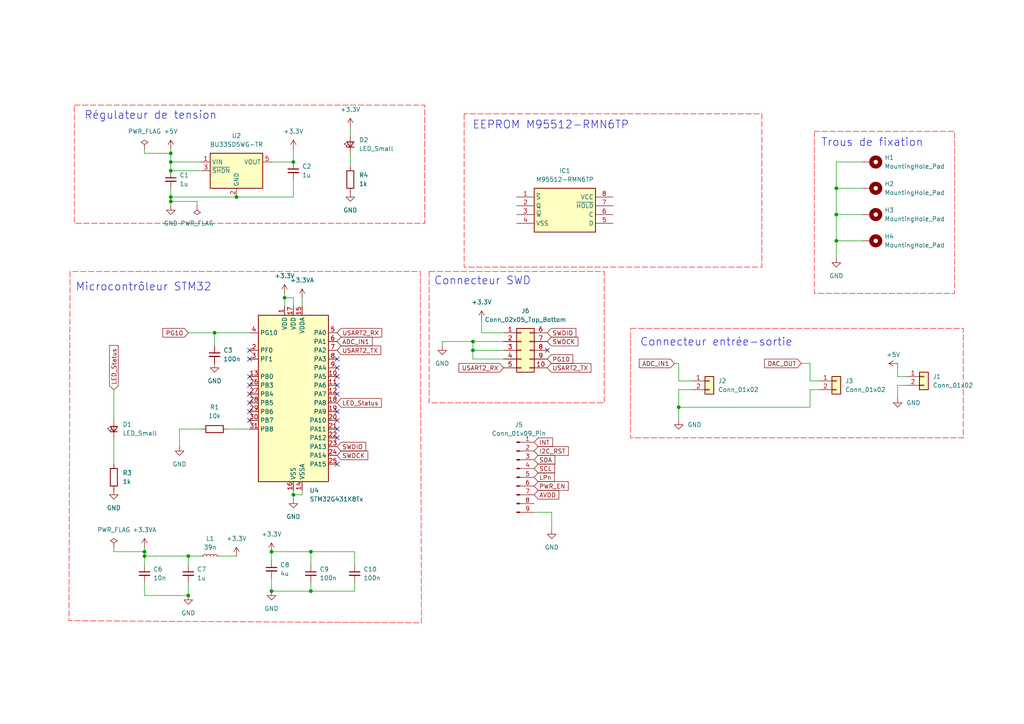
<source format=kicad_sch>
(kicad_sch (version 20250114) (generator "eeschema") (generator_version "9.0")
  (paper "A4")
  (title_block (title "Projet électronique Rémond, Ait Khorsa, Sidibe, Vacher") (rev "1.0"))
  (lib_symbols
    (symbol "Connector:Conn_01x09_Pin" (pin_names (offset 1.016) (hide yes))
      (property "Reference" "J" (at 0 12.7 0))
      (property "Value" "Conn_01x09_Pin" (at 0 -12.7 0))
      (symbol "Conn_01x09_Pin_1_1"
        (rectangle (start 0.8636 10.287) (end 0 10.033) (stroke (width 0.1524)) (fill (type outline)))
        (rectangle (start 0.8636 7.747) (end 0 7.493) (stroke (width 0.1524)) (fill (type outline)))
        (rectangle (start 0.8636 5.207) (end 0 4.953) (stroke (width 0.1524)) (fill (type outline)))
        (rectangle (start 0.8636 2.667) (end 0 2.413) (stroke (width 0.1524)) (fill (type outline)))
        (rectangle (start 0.8636 0.127) (end 0 -0.127) (stroke (width 0.1524)) (fill (type outline)))
        (rectangle (start 0.8636 -2.413) (end 0 -2.667) (stroke (width 0.1524)) (fill (type outline)))
        (rectangle (start 0.8636 -4.953) (end 0 -5.207) (stroke (width 0.1524)) (fill (type outline)))
        (rectangle (start 0.8636 -7.493) (end 0 -7.747) (stroke (width 0.1524)) (fill (type outline)))
        (rectangle (start 0.8636 -10.033) (end 0 -10.287) (stroke (width 0.1524)) (fill (type outline)))
        (polyline (pts (xy 1.27 10.16) (xy 0.8636 10.16)) (stroke (width 0.1524)))
        (polyline (pts (xy 1.27 7.62) (xy 0.8636 7.62)) (stroke (width 0.1524)))
        (polyline (pts (xy 1.27 5.08) (xy 0.8636 5.08)) (stroke (width 0.1524)))
        (polyline (pts (xy 1.27 2.54) (xy 0.8636 2.54)) (stroke (width 0.1524)))
        (polyline (pts (xy 1.27 0) (xy 0.8636 0)) (stroke (width 0.1524)))
        (polyline (pts (xy 1.27 -2.54) (xy 0.8636 -2.54)) (stroke (width 0.1524)))
        (polyline (pts (xy 1.27 -5.08) (xy 0.8636 -5.08)) (stroke (width 0.1524)))
        (polyline (pts (xy 1.27 -7.62) (xy 0.8636 -7.62)) (stroke (width 0.1524)))
        (polyline (pts (xy 1.27 -10.16) (xy 0.8636 -10.16)) (stroke (width 0.1524)))
        (pin passive line (at 5.08 10.16 180) (length 3.81) (name "Pin_1") (number "1"))
        (pin passive line (at 5.08 7.62 180) (length 3.81) (name "Pin_2") (number "2"))
        (pin passive line (at 5.08 5.08 180) (length 3.81) (name "Pin_3") (number "3"))
        (pin passive line (at 5.08 2.54 180) (length 3.81) (name "Pin_4") (number "4"))
        (pin passive line (at 5.08 0 180) (length 3.81) (name "Pin_5") (number "5"))
        (pin passive line (at 5.08 -2.54 180) (length 3.81) (name "Pin_6") (number "6"))
        (pin passive line (at 5.08 -5.08 180) (length 3.81) (name "Pin_7") (number "7"))
        (pin passive line (at 5.08 -7.62 180) (length 3.81) (name "Pin_8") (number "8"))
        (pin passive line (at 5.08 -10.16 180) (length 3.81) (name "Pin_9") (number "9"))
      )
    )
    (symbol "Connector_Generic:Conn_01x02" (pin_names (offset 1.016) (hide yes))
      (property "Reference" "J" (at 0 2.54 0))
      (property "Value" "Conn_01x02" (at 0 -5.08 0))
      (symbol "Conn_01x02_1_1"
        (rectangle (start -1.27 1.27) (end 1.27 -3.81) (stroke (width 0.254)) (fill (type background)))
        (rectangle (start -1.27 0.127) (end 0 -0.127) (stroke (width 0.1524)))
        (rectangle (start -1.27 -2.413) (end 0 -2.667) (stroke (width 0.1524)))
        (pin passive line (at -5.08 0 0) (length 3.81) (name "Pin_1") (number "1"))
        (pin passive line (at -5.08 -2.54 0) (length 3.81) (name "Pin_2") (number "2"))
      )
    )
    (symbol "Connector_Generic:Conn_02x05_Top_Bottom" (pin_names (offset 1.016) (hide yes))
      (property "Reference" "J" (at 1.27 7.62 0))
      (property "Value" "Conn_02x05_Top_Bottom" (at 1.27 -7.62 0))
      (symbol "Conn_02x05_Top_Bottom_1_1"
        (rectangle (start -1.27 6.35) (end 3.81 -6.35) (stroke (width 0.254)) (fill (type background)))
        (rectangle (start -1.27 5.207) (end 0 4.953) (stroke (width 0.1524)))
        (rectangle (start -1.27 2.667) (end 0 2.413) (stroke (width 0.1524)))
        (rectangle (start -1.27 0.127) (end 0 -0.127) (stroke (width 0.1524)))
        (rectangle (start -1.27 -2.413) (end 0 -2.667) (stroke (width 0.1524)))
        (rectangle (start -1.27 -4.953) (end 0 -5.207) (stroke (width 0.1524)))
        (rectangle (start 3.81 5.207) (end 2.54 4.953) (stroke (width 0.1524)))
        (rectangle (start 3.81 2.667) (end 2.54 2.413) (stroke (width 0.1524)))
        (rectangle (start 3.81 0.127) (end 2.54 -0.127) (stroke (width 0.1524)))
        (rectangle (start 3.81 -2.413) (end 2.54 -2.667) (stroke (width 0.1524)))
        (rectangle (start 3.81 -4.953) (end 2.54 -5.207) (stroke (width 0.1524)))
        (pin passive line (at -5.08 5.08 0) (length 3.81) (name "Pin_1") (number "1"))
        (pin passive line (at -5.08 2.54 0) (length 3.81) (name "Pin_2") (number "2"))
        (pin passive line (at -5.08 0 0) (length 3.81) (name "Pin_3") (number "3"))
        (pin passive line (at -5.08 -2.54 0) (length 3.81) (name "Pin_4") (number "4"))
        (pin passive line (at -5.08 -5.08 0) (length 3.81) (name "Pin_5") (number "5"))
        (pin passive line (at 7.62 5.08 180) (length 3.81) (name "Pin_6") (number "6"))
        (pin passive line (at 7.62 2.54 180) (length 3.81) (name "Pin_7") (number "7"))
        (pin passive line (at 7.62 0 180) (length 3.81) (name "Pin_8") (number "8"))
        (pin passive line (at 7.62 -2.54 180) (length 3.81) (name "Pin_9") (number "9"))
        (pin passive line (at 7.62 -5.08 180) (length 3.81) (name "Pin_10") (number "10"))
      )
    )
    (symbol "Device:C_Small" (pin_numbers (hide yes)) (pin_names (offset 0.254) (hide yes))
      (property "Reference" "C" (at 0.254 1.778 0))
      (property "Value" "C_Small" (at 0.254 -2.032 0))
      (symbol "C_Small_0_1"
        (polyline (pts (xy -1.524 0.508) (xy 1.524 0.508)) (stroke (width 0.3048)))
        (polyline (pts (xy -1.524 -0.508) (xy 1.524 -0.508)) (stroke (width 0.3302)))
      )
      (symbol "C_Small_1_1"
        (pin passive line (at 0 2.54 270) (length 2.032) (name "~") (number "1"))
        (pin passive line (at 0 -2.54 90) (length 2.032) (name "~") (number "2"))
      )
    )
    (symbol "Device:LED_Small" (pin_numbers (hide yes)) (pin_names (offset 0.254) (hide yes))
      (property "Reference" "D" (at -1.27 3.175 0))
      (property "Value" "LED_Small" (at -4.445 -2.54 0))
      (symbol "LED_Small_0_1"
        (polyline (pts (xy -0.762 -1.016) (xy -0.762 1.016)) (stroke (width 0.254)))
        (polyline (pts (xy 0 0.762) (xy -0.508 1.27) (xy -0.254 1.27) (xy -0.508 1.27) (xy -0.508 1.016)))
        (polyline (pts (xy 0.508 1.27) (xy 0 1.778) (xy 0.254 1.778) (xy 0 1.778) (xy 0 1.524)))
        (polyline (pts (xy 0.762 -1.016) (xy -0.762 0) (xy 0.762 1.016) (xy 0.762 -1.016)) (stroke (width 0.254)))
        (polyline (pts (xy 1.016 0) (xy -0.762 0)))
      )
      (symbol "LED_Small_1_1"
        (pin passive line (at -2.54 0 0) (length 1.778) (name "K") (number "1"))
        (pin passive line (at 2.54 0 180) (length 1.778) (name "A") (number "2"))
      )
    )
    (symbol "Device:L_Small" (pin_numbers (hide yes)) (pin_names (offset 0.254) (hide yes))
      (property "Reference" "L" (at 0.762 1.016 0))
      (property "Value" "L_Small" (at 0.762 -1.016 0))
      (symbol "L_Small_0_1"
        (arc (start 0 2.032) (mid 0.5058 1.524) (end 0 1.016))
        (arc (start 0 1.016) (mid 0.5058 0.508) (end 0 0))
        (arc (start 0 0) (mid 0.5058 -0.508) (end 0 -1.016))
        (arc (start 0 -1.016) (mid 0.5058 -1.524) (end 0 -2.032))
      )
      (symbol "L_Small_1_1"
        (pin passive line (at 0 2.54 270) (length 0.508) (name "~") (number "1"))
        (pin passive line (at 0 -2.54 90) (length 0.508) (name "~") (number "2"))
      )
    )
    (symbol "Device:R" (pin_numbers (hide yes)) (pin_names (offset 0))
      (property "Reference" "R" (at 2.032 0 90))
      (property "Value" "R" (at 0 0 90))
      (symbol "R_0_1"
        (rectangle (start -1.016 -2.54) (end 1.016 2.54) (stroke (width 0.254)))
      )
      (symbol "R_1_1"
        (pin passive line (at 0 3.81 270) (length 1.27) (name "~") (number "1"))
        (pin passive line (at 0 -3.81 90) (length 1.27) (name "~") (number "2"))
      )
    )
    (symbol "M95512-RMN6TP:M95512-RMN6TP"
      (property "Reference" "IC" (at 24.13 7.62 0))
      (property "Value" "M95512-RMN6TP" (at 24.13 5.08 0))
      (symbol "M95512-RMN6TP_1_1"
        (rectangle (start 5.08 2.54) (end 22.86 -10.16) (stroke (width 0.254)) (fill (type background)))
        (pin passive line (at 0 0 0) (length 5.08) (name "~{S}") (number "1"))
        (pin passive line (at 0 -2.54 0) (length 5.08) (name "Q") (number "2"))
        (pin passive line (at 0 -5.08 0) (length 5.08) (name "~{W}") (number "3"))
        (pin passive line (at 0 -7.62 0) (length 5.08) (name "VSS") (number "4"))
        (pin passive line (at 27.94 0 180) (length 5.08) (name "VCC") (number "8"))
        (pin passive line (at 27.94 -2.54 180) (length 5.08) (name "~{HOLD}") (number "7"))
        (pin passive line (at 27.94 -5.08 180) (length 5.08) (name "C") (number "6"))
        (pin passive line (at 27.94 -7.62 180) (length 5.08) (name "D") (number "5"))
      )
    )
    (symbol "MCU_ST_STM32G4:STM32G431K8Tx"
      (property "Reference" "U" (at -10.16 26.67 0))
      (property "Value" "STM32G431K8Tx" (at 5.08 26.67 0))
      (symbol "STM32G431K8Tx_0_1"
        (rectangle (start -10.16 -22.86) (end 10.16 25.4) (stroke (width 0.254)) (fill (type background)))
      )
      (symbol "STM32G431K8Tx_1_1"
        (pin bidirectional line (at -12.7 20.32 0) (length 2.54) (name "PG10") (number "4"))
        (pin bidirectional line (at -12.7 15.24 0) (length 2.54) (name "PF0") (number "2"))
        (pin bidirectional line (at -12.7 12.7 0) (length 2.54) (name "PF1") (number "3"))
        (pin bidirectional line (at -12.7 7.62 0) (length 2.54) (name "PB0") (number "13"))
        (pin bidirectional line (at -12.7 5.08 0) (length 2.54) (name "PB3") (number "26"))
        (pin bidirectional line (at -12.7 2.54 0) (length 2.54) (name "PB4") (number "27"))
        (pin bidirectional line (at -12.7 0 0) (length 2.54) (name "PB5") (number "28"))
        (pin bidirectional line (at -12.7 -2.54 0) (length 2.54) (name "PB6") (number "29"))
        (pin bidirectional line (at -12.7 -5.08 0) (length 2.54) (name "PB7") (number "30"))
        (pin bidirectional line (at -12.7 -7.62 0) (length 2.54) (name "PB8") (number "31"))
        (pin power_in line (at -2.54 27.94 270) (length 2.54) (name "VDD") (number "1"))
        (pin power_in line (at 0 27.94 270) (length 2.54) (name "VDD") (number "17"))
        (pin power_in line (at 0 -25.4 90) (length 2.54) (name "VSS") (number "16"))
        (pin passive line (at 0 -25.4 90) (length 2.54) (hide yes) (name "VSS") (number "32"))
        (pin power_in line (at 2.54 27.94 270) (length 2.54) (name "VDDA") (number "15"))
        (pin power_in line (at 2.54 -25.4 90) (length 2.54) (name "VSSA") (number "14"))
        (pin bidirectional line (at 12.7 20.32 180) (length 2.54) (name "PA0") (number "5"))
        (pin bidirectional line (at 12.7 17.78 180) (length 2.54) (name "PA1") (number "6"))
        (pin bidirectional line (at 12.7 15.24 180) (length 2.54) (name "PA2") (number "7"))
        (pin bidirectional line (at 12.7 12.7 180) (length 2.54) (name "PA3") (number "8"))
        (pin bidirectional line (at 12.7 10.16 180) (length 2.54) (name "PA4") (number "9"))
        (pin bidirectional line (at 12.7 7.62 180) (length 2.54) (name "PA5") (number "10"))
        (pin bidirectional line (at 12.7 5.08 180) (length 2.54) (name "PA6") (number "11"))
        (pin bidirectional line (at 12.7 2.54 180) (length 2.54) (name "PA7") (number "12"))
        (pin bidirectional line (at 12.7 0 180) (length 2.54) (name "PA8") (number "18"))
        (pin bidirectional line (at 12.7 -2.54 180) (length 2.54) (name "PA9") (number "19"))
        (pin bidirectional line (at 12.7 -5.08 180) (length 2.54) (name "PA10") (number "20"))
        (pin bidirectional line (at 12.7 -7.62 180) (length 2.54) (name "PA11") (number "21"))
        (pin bidirectional line (at 12.7 -10.16 180) (length 2.54) (name "PA12") (number "22"))
        (pin bidirectional line (at 12.7 -12.7 180) (length 2.54) (name "PA13") (number "23"))
        (pin bidirectional line (at 12.7 -15.24 180) (length 2.54) (name "PA14") (number "24"))
        (pin bidirectional line (at 12.7 -17.78 180) (length 2.54) (name "PA15") (number "25"))
      )
    )
    (symbol "Mechanical:MountingHole_Pad" (pin_numbers (hide yes)) (pin_names (offset 1.016) (hide yes)) (in_bom no)
      (property "Reference" "H" (at 0 6.35 0))
      (property "Value" "MountingHole_Pad" (at 0 4.445 0))
      (symbol "MountingHole_Pad_0_1"
        (circle (center 0 1.27) (radius 1.27) (stroke (width 1.27)))
      )
      (symbol "MountingHole_Pad_1_1"
        (pin input line (at 0 -2.54 90) (length 2.54) (name "1") (number "1"))
      )
    )
    (symbol "Regulator_Linear:MCP1802x-xx02xOT"
      (property "Reference" "U" (at -6.35 6.35 0))
      (property "Value" "MCP1802x-xx02xOT" (at 0 6.35 0))
      (symbol "MCP1802x-xx02xOT_0_1"
        (rectangle (start -7.62 5.08) (end 7.62 -5.08) (stroke (width 0.254)) (fill (type background)))
      )
      (symbol "MCP1802x-xx02xOT_1_1"
        (pin power_in line (at -10.16 2.54 0) (length 2.54) (name "VIN") (number "1"))
        (pin input line (at -10.16 0 0) (length 2.54) (name "~{SHDN}") (number "3"))
        (pin power_in line (at 0 -7.62 90) (length 2.54) (name "GND") (number "2"))
        (pin no_connect line (at 7.62 0 180) (length 2.54) (hide yes) (name "NC") (number "4"))
        (pin power_out line (at 10.16 2.54 180) (length 2.54) (name "VOUT") (number "5"))
      )
    )
    (symbol "power:+3.3V" (power) (pin_numbers (hide yes)) (pin_names (offset 0) (hide yes))
      (property "Value" "+3.3V" (at 0 3.556 0))
      (symbol "+3.3V_0_1"
        (polyline (pts (xy -0.762 1.27) (xy 0 2.54)))
        (polyline (pts (xy 0 2.54) (xy 0.762 1.27)))
        (polyline (pts (xy 0 0) (xy 0 2.54)))
      )
      (symbol "+3.3V_1_1"
        (pin power_in line (at 0 0 90) (length 0) (name "~") (number "1"))
      )
    )
    (symbol "power:+3.3VA" (power) (pin_numbers (hide yes)) (pin_names (offset 0) (hide yes))
      (property "Value" "+3.3VA" (at 0 3.556 0))
      (symbol "+3.3VA_0_1"
        (polyline (pts (xy -0.762 1.27) (xy 0 2.54)))
        (polyline (pts (xy 0 2.54) (xy 0.762 1.27)))
        (polyline (pts (xy 0 0) (xy 0 2.54)))
      )
      (symbol "+3.3VA_1_1"
        (pin power_in line (at 0 0 90) (length 0) (name "~") (number "1"))
      )
    )
    (symbol "power:+5V" (power) (pin_numbers (hide yes)) (pin_names (offset 0) (hide yes))
      (property "Value" "+5V" (at 0 3.556 0))
      (symbol "+5V_0_1"
        (polyline (pts (xy -0.762 1.27) (xy 0 2.54)))
        (polyline (pts (xy 0 2.54) (xy 0.762 1.27)))
        (polyline (pts (xy 0 0) (xy 0 2.54)))
      )
      (symbol "+5V_1_1"
        (pin power_in line (at 0 0 90) (length 0) (name "~") (number "1"))
      )
    )
    (symbol "power:GND" (power) (pin_numbers (hide yes)) (pin_names (offset 0) (hide yes))
      (property "Value" "GND" (at 0 -3.81 0))
      (symbol "GND_0_1"
        (polyline (pts (xy 0 0) (xy 0 -1.27) (xy 1.27 -1.27) (xy 0 -2.54) (xy -1.27 -1.27) (xy 0 -1.27)))
      )
      (symbol "GND_1_1"
        (pin power_in line (at 0 0 270) (length 0) (name "~") (number "1"))
      )
    )
    (symbol "power:PWR_FLAG" (power) (pin_numbers (hide yes)) (pin_names (offset 0) (hide yes))
      (property "Value" "PWR_FLAG" (at 0 3.81 0))
      (symbol "PWR_FLAG_0_0"
        (pin power_out line (at 0 0 90) (length 0) (name "~") (number "1"))
      )
      (symbol "PWR_FLAG_0_1"
        (polyline (pts (xy 0 0) (xy 0 1.27) (xy -1.016 1.905) (xy 0 2.54) (xy 1.016 1.905) (xy 0 1.27)))
      )
    )
  )
  (text "Trous de fixation" (at 252.984 41.402 0) (effects (font (size 2.286 2.286))))
  (text "Connecteur entrée-sortie\n" (at 207.772 99.314 0) (effects (font (size 2.286 2.286))))
  (text "Microcontrôleur STM32" (at 41.656 83.312 0) (effects (font (size 2.286 2.286))))
  (text "Connecteur SWD" (at 139.954 81.534 0) (effects (font (size 2.286 2.286))))
  (text "Régulateur de tension\n" (at 43.688 33.528 0) (effects (font (size 2.286 2.286))))
  (text "EEPROM M95512-RMN6TP\n" (at 159.766 36.322 0) (effects (font (size 2.286 2.286))))
  (junction (at 49.53 46.99))
  (junction (at 49.53 57.15))
  (junction (at 41.91 161.29))
  (junction (at 41.91 160.02))
  (junction (at 54.61 172.72))
  (junction (at 242.57 54.61))
  (junction (at 49.53 58.42))
  (junction (at 90.17 160.02))
  (junction (at 62.23 96.52))
  (junction (at 242.57 69.85))
  (junction (at 54.61 161.29))
  (junction (at 68.58 57.15))
  (junction (at 78.74 171.45))
  (junction (at 82.55 86.36))
  (junction (at 196.85 118.11))
  (junction (at 49.53 44.45))
  (junction (at 90.17 171.45))
  (junction (at 78.74 160.02))
  (junction (at 49.53 49.53))
  (junction (at 242.57 62.23))
  (junction (at 85.09 46.99))
  (junction (at 137.16 99.06))
  (junction (at 137.16 101.6))
  (junction (at 85.09 143.51))
  (no_connect (at 158.75 101.6))
  (no_connect (at 72.39 111.76))
  (no_connect (at 97.79 119.38))
  (no_connect (at 72.39 109.22))
  (no_connect (at 97.79 111.76))
  (no_connect (at 72.39 104.14))
  (no_connect (at 72.39 116.84))
  (no_connect (at 97.79 124.46))
  (no_connect (at 72.39 119.38))
  (no_connect (at 97.79 127))
  (no_connect (at 97.79 104.14))
  (no_connect (at 97.79 134.62))
  (no_connect (at 72.39 101.6))
  (no_connect (at 97.79 109.22))
  (no_connect (at 72.39 121.92))
  (no_connect (at 72.39 114.3))
  (no_connect (at 97.79 114.3))
  (no_connect (at 97.79 121.92))
  (no_connect (at 97.79 106.68))
  (wire (pts (xy 54.61 172.72) (xy 41.91 172.72)))
  (wire (pts (xy 41.91 43.18) (xy 41.91 44.45)))
  (wire (pts (xy 57.15 58.42) (xy 49.53 58.42)))
  (wire (pts (xy 102.87 160.02) (xy 90.17 160.02)))
  (wire (pts (xy 242.57 54.61) (xy 242.57 62.23)))
  (wire (pts (xy 41.91 44.45) (xy 49.53 44.45)))
  (wire (pts (xy 196.85 105.41) (xy 196.85 110.49)))
  (wire (pts (xy 54.61 168.91) (xy 54.61 172.72)))
  (wire (pts (xy 41.91 161.29) (xy 54.61 161.29)))
  (wire (pts (xy 242.57 62.23) (xy 242.57 69.85)))
  (wire (pts (xy 154.94 148.59) (xy 160.02 148.59)))
  (wire (pts (xy 139.7 96.52) (xy 146.05 96.52)))
  (wire (pts (xy 160.02 148.59) (xy 160.02 153.67)))
  (wire (pts (xy 87.63 142.24) (xy 87.63 143.51)))
  (wire (pts (xy 49.53 44.45) (xy 49.53 46.99)))
  (wire (pts (xy 139.7 92.71) (xy 139.7 96.52)))
  (wire (pts (xy 78.74 167.64) (xy 78.74 171.45)))
  (wire (pts (xy 85.09 86.36) (xy 82.55 86.36)))
  (wire (pts (xy 49.53 58.42) (xy 49.53 59.69)))
  (wire (pts (xy 90.17 171.45) (xy 90.17 168.91)))
  (wire (pts (xy 54.61 96.52) (xy 62.23 96.52)))
  (wire (pts (xy 242.57 69.85) (xy 242.57 74.93)))
  (wire (pts (xy 260.35 109.22) (xy 262.89 109.22)))
  (wire (pts (xy 85.09 88.9) (xy 85.09 86.36)))
  (wire (pts (xy 234.95 105.41) (xy 234.95 110.49)))
  (wire (pts (xy 234.95 113.03) (xy 237.49 113.03)))
  (wire (pts (xy 82.55 85.09) (xy 82.55 86.36)))
  (wire (pts (xy 41.91 160.02) (xy 41.91 161.29)))
  (wire (pts (xy 54.61 161.29) (xy 58.42 161.29)))
  (wire (pts (xy 234.95 110.49) (xy 237.49 110.49)))
  (wire (pts (xy 82.55 88.9) (xy 82.55 86.36)))
  (wire (pts (xy 146.05 104.14) (xy 137.16 104.14)))
  (wire (pts (xy 146.05 99.06) (xy 137.16 99.06)))
  (wire (pts (xy 196.85 118.11) (xy 196.85 113.03)))
  (wire (pts (xy 85.09 52.07) (xy 85.09 57.15)))
  (wire (pts (xy 137.16 99.06) (xy 128.27 99.06)))
  (wire (pts (xy 33.02 113.03) (xy 33.02 121.92)))
  (wire (pts (xy 85.09 144.78) (xy 85.09 143.51)))
  (wire (pts (xy 52.07 124.46) (xy 58.42 124.46)))
  (wire (pts (xy 128.27 99.06) (xy 128.27 100.33)))
  (wire (pts (xy 49.53 49.53) (xy 58.42 49.53)))
  (wire (pts (xy 137.16 104.14) (xy 137.16 101.6)))
  (wire (pts (xy 102.87 171.45) (xy 90.17 171.45)))
  (wire (pts (xy 260.35 111.76) (xy 262.89 111.76)))
  (wire (pts (xy 33.02 158.75) (xy 33.02 160.02)))
  (wire (pts (xy 41.91 158.75) (xy 41.91 160.02)))
  (wire (pts (xy 49.53 54.61) (xy 49.53 57.15)))
  (wire (pts (xy 62.23 96.52) (xy 72.39 96.52)))
  (wire (pts (xy 196.85 118.11) (xy 196.85 121.92)))
  (wire (pts (xy 101.6 44.45) (xy 101.6 48.26)))
  (wire (pts (xy 102.87 168.91) (xy 102.87 171.45)))
  (wire (pts (xy 232.41 105.41) (xy 234.95 105.41)))
  (wire (pts (xy 260.35 105.41) (xy 260.35 109.22)))
  (wire (pts (xy 242.57 46.99) (xy 242.57 54.61)))
  (wire (pts (xy 85.09 143.51) (xy 85.09 142.24)))
  (wire (pts (xy 54.61 163.83) (xy 54.61 161.29)))
  (wire (pts (xy 137.16 101.6) (xy 137.16 99.06)))
  (wire (pts (xy 85.09 43.18) (xy 85.09 46.99)))
  (wire (pts (xy 68.58 57.15) (xy 85.09 57.15)))
  (wire (pts (xy 63.5 161.29) (xy 68.58 161.29)))
  (wire (pts (xy 196.85 113.03) (xy 200.66 113.03)))
  (wire (pts (xy 49.53 43.18) (xy 49.53 44.45)))
  (wire (pts (xy 195.58 105.41) (xy 196.85 105.41)))
  (wire (pts (xy 49.53 57.15) (xy 49.53 58.42)))
  (wire (pts (xy 260.35 115.57) (xy 260.35 111.76)))
  (wire (pts (xy 242.57 54.61) (xy 250.19 54.61)))
  (wire (pts (xy 78.74 160.02) (xy 78.74 162.56)))
  (wire (pts (xy 49.53 46.99) (xy 58.42 46.99)))
  (wire (pts (xy 90.17 163.83) (xy 90.17 160.02)))
  (wire (pts (xy 78.74 171.45) (xy 90.17 171.45)))
  (wire (pts (xy 41.91 163.83) (xy 41.91 161.29)))
  (wire (pts (xy 52.07 124.46) (xy 52.07 129.54)))
  (wire (pts (xy 242.57 62.23) (xy 250.19 62.23)))
  (wire (pts (xy 41.91 172.72) (xy 41.91 168.91)))
  (wire (pts (xy 62.23 96.52) (xy 62.23 100.33)))
  (wire (pts (xy 57.15 59.69) (xy 57.15 58.42)))
  (wire (pts (xy 90.17 160.02) (xy 78.74 160.02)))
  (wire (pts (xy 87.63 143.51) (xy 85.09 143.51)))
  (wire (pts (xy 250.19 46.99) (xy 242.57 46.99)))
  (wire (pts (xy 101.6 36.83) (xy 101.6 39.37)))
  (wire (pts (xy 196.85 110.49) (xy 200.66 110.49)))
  (wire (pts (xy 49.53 46.99) (xy 49.53 49.53)))
  (wire (pts (xy 66.04 124.46) (xy 72.39 124.46)))
  (wire (pts (xy 146.05 101.6) (xy 137.16 101.6)))
  (wire (pts (xy 234.95 118.11) (xy 234.95 113.03)))
  (wire (pts (xy 33.02 127) (xy 33.02 134.62)))
  (wire (pts (xy 78.74 46.99) (xy 85.09 46.99)))
  (wire (pts (xy 87.63 86.36) (xy 87.63 88.9)))
  (wire (pts (xy 49.53 57.15) (xy 68.58 57.15)))
  (wire (pts (xy 33.02 160.02) (xy 41.91 160.02)))
  (wire (pts (xy 196.85 118.11) (xy 234.95 118.11)))
  (wire (pts (xy 242.57 69.85) (xy 250.19 69.85)))
  (wire (pts (xy 102.87 163.83) (xy 102.87 160.02)))
  (global_label "SCL" (shape input) (at 154.94 135.89 0) (property "Intersheetrefs" "${INTERSHEET_REFS}" (effects (hide yes))))
  (global_label "DAC_OUT" (shape input) (at 232.41 105.41 180) (property "Intersheetrefs" "${INTERSHEET_REFS}" (effects (hide yes))))
  (global_label "USART2_TX" (shape input) (at 158.75 106.68 0) (property "Intersheetrefs" "${INTERSHEET_REFS}" (effects (hide yes))))
  (global_label "PWR_EN" (shape input) (at 154.94 140.97 0) (property "Intersheetrefs" "${INTERSHEET_REFS}" (effects (hide yes))))
  (global_label "LPn" (shape input) (at 154.94 138.43 0) (property "Intersheetrefs" "${INTERSHEET_REFS}" (effects (hide yes))))
  (global_label "I2C_RST" (shape input) (at 154.94 130.81 0) (property "Intersheetrefs" "${INTERSHEET_REFS}" (effects (hide yes))))
  (global_label "SDA" (shape input) (at 154.94 133.35 0) (property "Intersheetrefs" "${INTERSHEET_REFS}" (effects (hide yes))))
  (global_label "PG10" (shape input) (at 158.75 104.14 0) (property "Intersheetrefs" "${INTERSHEET_REFS}" (effects (hide yes))))
  (global_label "AVDD" (shape input) (at 154.94 143.51 0) (property "Intersheetrefs" "${INTERSHEET_REFS}" (effects (hide yes))))
  (global_label "SWDCK" (shape input) (at 97.79 132.08 0) (property "Intersheetrefs" "${INTERSHEET_REFS}" (effects (hide yes))))
  (global_label "ADC_IN1" (shape input) (at 97.79 99.06 0) (property "Intersheetrefs" "${INTERSHEET_REFS}" (effects (hide yes))))
  (global_label "LED_Status" (shape input) (at 97.79 116.84 0) (property "Intersheetrefs" "${INTERSHEET_REFS}" (effects (hide yes))))
  (global_label "SWDIO" (shape input) (at 158.75 96.52 0) (property "Intersheetrefs" "${INTERSHEET_REFS}" (effects (hide yes))))
  (global_label "LED_Status" (shape input) (at 33.02 113.03 90) (property "Intersheetrefs" "${INTERSHEET_REFS}" (effects (hide yes))))
  (global_label "PG10" (shape input) (at 54.61 96.52 180) (property "Intersheetrefs" "${INTERSHEET_REFS}" (effects (hide yes))))
  (global_label "USART2_TX" (shape input) (at 97.79 101.6 0) (property "Intersheetrefs" "${INTERSHEET_REFS}" (effects (hide yes))))
  (global_label "SWDCK" (shape input) (at 158.75 99.06 0) (property "Intersheetrefs" "${INTERSHEET_REFS}" (effects (hide yes))))
  (global_label "USART2_RX" (shape input) (at 146.05 106.68 180) (property "Intersheetrefs" "${INTERSHEET_REFS}" (effects (hide yes))))
  (global_label "ADC_IN1" (shape input) (at 195.58 105.41 180) (property "Intersheetrefs" "${INTERSHEET_REFS}" (effects (hide yes))))
  (global_label "USART2_RX" (shape input) (at 97.79 96.52 0) (property "Intersheetrefs" "${INTERSHEET_REFS}" (effects (hide yes))))
  (global_label "SWDIO" (shape input) (at 97.79 129.54 0) (property "Intersheetrefs" "${INTERSHEET_REFS}" (effects (hide yes))))
  (global_label "INT" (shape input) (at 154.94 128.27 0) (property "Intersheetrefs" "${INTERSHEET_REFS}" (effects (hide yes))))
  (rule_area (polyline (pts (xy 236.22 38.1) (xy 236.22 85.09) (xy 276.86 85.09) (xy 276.86 38.1)) (stroke (width 0) (type dash))))
  (rule_area (polyline (pts (xy 124.46 78.74) (xy 124.46 116.84) (xy 175.26 116.84) (xy 175.26 78.74)) (stroke (width 0) (type dash))))
  (rule_area (polyline (pts (xy 21.59 30.48) (xy 123.19 30.48) (xy 123.19 64.77) (xy 21.59 64.77)) (stroke (width 0) (type dash))))
  (rule_area (polyline (pts (xy 182.88 95.25) (xy 279.4 95.25) (xy 279.4 127) (xy 182.88 127)) (stroke (width 0) (type dash))))
  (rule_area (polyline (pts (xy 20.32 78.74) (xy 20.0025 180.0225) (xy 122.2375 180.6575) (xy 121.92 78.74)) (stroke (width 0) (type dash))))
  (rule_area (polyline (pts (xy 134.62 33.02) (xy 134.62 77.47) (xy 220.98 77.47) (xy 220.98 33.02)) (stroke (width 0) (type dash))))
  (symbol (lib_id "Connector:Conn_01x09_Pin") (at 149.86 138.43 0) (unit 1)
    (property "Reference" "J5" (at 150.495 123.19 0))
    (property "Value" "Conn_01x09_Pin" (at 150.495 125.73 0))
    (property "Footprint" "Connector_PinSocket_2.54mm:PinSocket_1x09_P2.54mm_Vertical" (effects (hide yes)))
    (property "Description" "Generic connector, single row, 01x09, script generated" (effects (hide yes)))
  )
  (symbol (lib_id "power:GND") (at 33.02 142.24 0) (unit 1)
    (property "Reference" "#PWR012" (effects (hide yes)))
    (property "Value" "GND" (at 33.02 147.32 0))
    (property "Description" "Power symbol creates a global label with name \"GND\" , ground" (effects (hide yes)))
  )
  (symbol (lib_id "Regulator_Linear:MCP1802x-xx02xOT") (at 68.58 49.53 0) (unit 1)
    (property "Reference" "U2" (at 68.58 39.37 0))
    (property "Value" "BU33SD5WG-TR" (at 68.58 41.91 0))
    (property "Footprint" "Package_TO_SOT_SMD:SOT-23-5" (effects (hide yes)))
    (property "Datasheet" "http://ww1.microchip.com/downloads/en/DeviceDoc/22053C.pdf" (effects (hide yes)))
    (property "Description" "150mA, Tiny CMOS LDO With Shutdown, Fixed Voltage, SOT-23-5" (effects (hide yes)))
  )
  (symbol (lib_id "Mechanical:MountingHole_Pad") (at 252.73 69.85 270) (unit 1) (in_bom no)
    (property "Reference" "H4" (at 256.54 68.5799 90) (effects (justify left)))
    (property "Value" "MountingHole_Pad" (at 256.54 71.1199 90) (effects (justify left)))
    (property "Footprint" "MountingHole:MountingHole_3.2mm_M3_DIN965_Pad" (effects (hide yes)))
    (property "Description" "Mounting Hole with connection" (effects (hide yes)))
  )
  (symbol (lib_id "power:GND") (at 85.09 144.78 0) (unit 1)
    (property "Reference" "#PWR01" (effects (hide yes)))
    (property "Value" "GND" (at 85.09 149.86 0))
    (property "Description" "Power symbol creates a global label with name \"GND\" , ground" (effects (hide yes)))
  )
  (symbol (lib_id "power:+3.3VA") (at 87.63 86.36 0) (unit 1)
    (property "Reference" "#PWR020" (effects (hide yes)))
    (property "Value" "+3.3VA" (at 87.63 81.28 0))
    (property "Description" "Power symbol creates a global label with name \"+3.3VA\"" (effects (hide yes)))
  )
  (symbol (lib_id "Connector_Generic:Conn_01x02") (at 242.57 110.49 0) (unit 1)
    (property "Reference" "J3" (at 245.11 110.4899 0) (effects (justify left)))
    (property "Value" "Conn_01x02" (at 245.11 113.0299 0) (effects (justify left)))
    (property "Footprint" "Connector_JST:JST_XH_B2B-XH-A_1x02_P2.50mm_Vertical" (effects (hide yes)))
    (property "Description" "Generic connector, single row, 01x02, script generated (kicad-library-utils/schlib/autogen/connector/)" (effects (hide yes)))
  )
  (symbol (lib_id "power:+3.3V") (at 139.7 92.71 0) (unit 1)
    (property "Reference" "#PWR028" (effects (hide yes)))
    (property "Value" "+3.3V" (at 139.7 87.63 0))
    (property "Description" "Power symbol creates a global label with name \"+3.3V\"" (effects (hide yes)))
  )
  (symbol (lib_id "Device:C_Small") (at 54.61 166.37 0) (unit 1)
    (property "Reference" "C7" (at 57.15 165.1062 0) (effects (justify left)))
    (property "Value" "1u" (at 57.15 167.6462 0) (effects (justify left)))
    (property "Footprint" "Capacitor_SMD:C_0603_1608Metric_Pad1.08x0.95mm_HandSolder" (effects (hide yes)))
    (property "Description" "Unpolarized capacitor, small symbol" (effects (hide yes)))
  )
  (symbol (lib_id "power:GND") (at 49.53 59.69 0) (unit 1)
    (property "Reference" "#PWR016" (effects (hide yes)))
    (property "Value" "GND" (at 49.53 64.77 0))
    (property "Description" "Power symbol creates a global label with name \"GND\" , ground" (effects (hide yes)))
  )
  (symbol (lib_id "Mechanical:MountingHole_Pad") (at 252.73 54.61 270) (unit 1) (in_bom no)
    (property "Reference" "H2" (at 256.54 53.3399 90) (effects (justify left)))
    (property "Value" "MountingHole_Pad" (at 256.54 55.8799 90) (effects (justify left)))
    (property "Footprint" "MountingHole:MountingHole_3.2mm_M3_DIN965_Pad" (effects (hide yes)))
    (property "Description" "Mounting Hole with connection" (effects (hide yes)))
  )
  (symbol (lib_id "power:GND") (at 260.35 115.57 0) (unit 1)
    (property "Reference" "#PWR024" (effects (hide yes)))
    (property "Value" "GND" (at 262.89 116.8399 0) (effects (justify left)))
    (property "Description" "Power symbol creates a global label with name \"GND\" , ground" (effects (hide yes)))
  )
  (symbol (lib_id "Device:C_Small") (at 102.87 166.37 0) (unit 1)
    (property "Reference" "C10" (at 105.41 165.1062 0) (effects (justify left)))
    (property "Value" "100n" (at 105.41 167.6462 0) (effects (justify left)))
    (property "Footprint" "Capacitor_SMD:C_0603_1608Metric_Pad1.08x0.95mm_HandSolder" (effects (hide yes)))
    (property "Description" "Unpolarized capacitor, small symbol" (effects (hide yes)))
  )
  (symbol (lib_id "power:+3.3V") (at 78.74 160.02 0) (unit 1)
    (property "Reference" "#PWR013" (effects (hide yes)))
    (property "Value" "+3.3V" (at 78.74 154.94 0))
    (property "Description" "Power symbol creates a global label with name \"+3.3V\"" (effects (hide yes)))
  )
  (symbol (lib_id "Device:C_Small") (at 41.91 166.37 0) (unit 1)
    (property "Reference" "C6" (at 44.45 165.1062 0) (effects (justify left)))
    (property "Value" "10n" (at 44.45 167.6462 0) (effects (justify left)))
    (property "Footprint" "Capacitor_SMD:C_0603_1608Metric_Pad1.08x0.95mm_HandSolder" (effects (hide yes)))
    (property "Description" "Unpolarized capacitor, small symbol" (effects (hide yes)))
  )
  (symbol (lib_id "Connector_Generic:Conn_02x05_Top_Bottom") (at 151.13 101.6 0) (unit 1)
    (property "Reference" "J6" (at 152.4 90.17 0))
    (property "Value" "Conn_02x05_Top_Bottom" (at 152.4 92.71 0))
    (property "Footprint" "Connector_PinHeader_2.54mm:PinHeader_2x05_P2.54mm_Vertical" (effects (hide yes)))
    (property "Description" "Generic connector, double row, 02x05, top/bottom pin numbering scheme (row 1: 1...pins_per_row, row2: pins_per_row+1 ... num_pins), script generated (kicad-library-utils/schlib/autogen/connector/)" (effects (hide yes)))
  )
  (symbol (lib_id "Mechanical:MountingHole_Pad") (at 252.73 62.23 270) (unit 1) (in_bom no)
    (property "Reference" "H3" (at 256.54 60.9599 90) (effects (justify left)))
    (property "Value" "MountingHole_Pad" (at 256.54 63.4999 90) (effects (justify left)))
    (property "Footprint" "MountingHole:MountingHole_3.2mm_M3_DIN965_Pad" (effects (hide yes)))
    (property "Description" "Mounting Hole with connection" (effects (hide yes)))
  )
  (symbol (lib_id "Device:LED_Small") (at 33.02 124.46 90) (unit 1)
    (property "Reference" "D1" (at 35.56 123.1264 90) (effects (justify right)))
    (property "Value" "LED_Small" (at 35.56 125.6664 90) (effects (justify right)))
    (property "Footprint" "LED_SMD:LED_0201_0603Metric_Pad0.64x0.40mm_HandSolder" (effects (hide yes)))
    (property "Description" "Light emitting diode, small symbol" (effects (hide yes)))
    (property "Sim.Pins" "1=K 2=A" (effects (hide yes)))
  )
  (symbol (lib_id "power:GND") (at 52.07 129.54 0) (unit 1)
    (property "Reference" "#PWR011" (effects (hide yes)))
    (property "Value" "GND" (at 52.07 134.62 0))
    (property "Description" "Power symbol creates a global label with name \"GND\" , ground" (effects (hide yes)))
  )
  (symbol (lib_id "Device:C_Small") (at 85.09 49.53 0) (unit 1)
    (property "Reference" "C2" (at 87.63 48.2662 0) (effects (justify left)))
    (property "Value" "1u" (at 87.63 50.8062 0) (effects (justify left)))
    (property "Footprint" "Capacitor_SMD:C_0603_1608Metric_Pad1.08x0.95mm_HandSolder" (effects (hide yes)))
    (property "Description" "Unpolarized capacitor, small symbol" (effects (hide yes)))
  )
  (symbol (lib_id "M95512-RMN6TP:M95512-RMN6TP") (at 149.86 57.15 0) (unit 1)
    (property "Reference" "IC1" (at 163.83 49.53 0))
    (property "Value" "M95512-RMN6TP" (at 163.83 52.07 0))
    (property "Footprint" "Package_SO:SOIC-8_3.9x4.9mm_P1.27mm" (effects (hide yes)))
    (property "Datasheet" "https://www.st.com/resource/en/datasheet/m95512-w.pdf" (effects (hide yes)))
    (property "Description" "512 Kbit SPI bus EEPROM with high-speed clock" (effects (hide yes)))
    (property "Height" "1.75" (effects (hide yes)))
    (property "Mouser Part Number" "511-M95512-RMN6TP" (effects (hide yes)))
    (property "Mouser Price/Stock" "https://www.mouser.co.uk/ProductDetail/STMicroelectronics/M95512-RMN6TP?qs=D3O9yD6Cgx9SaimnKH25jA%3D%3D" (effects (hide yes)))
    (property "Manufacturer_Name" "STMicroelectronics" (effects (hide yes)))
    (property "Manufacturer_Part_Number" "M95512-RMN6TP" (effects (hide yes)))
  )
  (symbol (lib_id "power:+3.3V") (at 68.58 161.29 0) (unit 1)
    (property "Reference" "#PWR07" (effects (hide yes)))
    (property "Value" "+3.3V" (at 68.58 156.21 0))
    (property "Description" "Power symbol creates a global label with name \"+3.3V\"" (effects (hide yes)))
  )
  (symbol (lib_id "power:GND") (at 101.6 55.88 0) (unit 1)
    (property "Reference" "#PWR017" (effects (hide yes)))
    (property "Value" "GND" (at 101.6 60.96 0))
    (property "Description" "Power symbol creates a global label with name \"GND\" , ground" (effects (hide yes)))
  )
  (symbol (lib_id "Device:R") (at 33.02 138.43 0) (unit 1)
    (property "Reference" "R3" (at 35.56 137.1599 0) (effects (justify left)))
    (property "Value" "1k" (at 35.56 139.6999 0) (effects (justify left)))
    (property "Footprint" "Resistor_SMD:R_0201_0603Metric_Pad0.64x0.40mm_HandSolder" (effects (hide yes)))
    (property "Description" "Resistor" (effects (hide yes)))
  )
  (symbol (lib_id "power:GND") (at 160.02 153.67 0) (unit 1)
    (property "Reference" "#PWR06" (effects (hide yes)))
    (property "Value" "GND" (at 160.02 158.75 0))
    (property "Description" "Power symbol creates a global label with name \"GND\" , ground" (effects (hide yes)))
  )
  (symbol (lib_id "power:GND") (at 128.27 100.33 0) (unit 1)
    (property "Reference" "#PWR027" (effects (hide yes)))
    (property "Value" "GND" (at 128.27 105.41 0))
    (property "Description" "Power symbol creates a global label with name \"GND\" , ground" (effects (hide yes)))
  )
  (symbol (lib_id "Mechanical:MountingHole_Pad") (at 252.73 46.99 270) (unit 1) (in_bom no)
    (property "Reference" "H1" (at 256.54 45.7199 90) (effects (justify left)))
    (property "Value" "MountingHole_Pad" (at 256.54 48.2599 90) (effects (justify left)))
    (property "Footprint" "MountingHole:MountingHole_3.2mm_M3_DIN965_Pad" (effects (hide yes)))
    (property "Description" "Mounting Hole with connection" (effects (hide yes)))
  )
  (symbol (lib_id "power:+5V") (at 260.35 105.41 90) (unit 1)
    (property "Reference" "#PWR023" (effects (hide yes)))
    (property "Value" "+5V" (at 259.08 102.87 90))
    (property "Description" "Power symbol creates a global label with name \"+5V\"" (effects (hide yes)))
  )
  (symbol (lib_id "power:+3.3V") (at 85.09 43.18 0) (unit 1)
    (property "Reference" "#PWR015" (effects (hide yes)))
    (property "Value" "+3.3V" (at 85.09 38.1 0))
    (property "Description" "Power symbol creates a global label with name \"+3.3V\"" (effects (hide yes)))
  )
  (symbol (lib_id "Device:C_Small") (at 62.23 102.87 0) (unit 1)
    (property "Reference" "C3" (at 64.77 101.6062 0) (effects (justify left)))
    (property "Value" "100n" (at 64.77 104.1462 0) (effects (justify left)))
    (property "Footprint" "Capacitor_SMD:C_0603_1608Metric_Pad1.08x0.95mm_HandSolder" (effects (hide yes)))
    (property "Description" "Unpolarized capacitor, small symbol" (effects (hide yes)))
  )
  (symbol (lib_id "power:+3.3V") (at 82.55 85.09 0) (unit 1)
    (property "Reference" "#PWR08" (effects (hide yes)))
    (property "Value" "+3.3V" (at 82.55 80.01 0))
    (property "Description" "Power symbol creates a global label with name \"+3.3V\"" (effects (hide yes)))
  )
  (symbol (lib_id "power:PWR_FLAG") (at 41.91 43.18 0) (unit 1)
    (property "Reference" "#FLG01" (effects (hide yes)))
    (property "Value" "PWR_FLAG" (at 41.91 38.1 0))
    (property "Description" "Special symbol for telling ERC where power comes from" (effects (hide yes)))
  )
  (symbol (lib_id "Device:C_Small") (at 90.17 166.37 0) (unit 1)
    (property "Reference" "C9" (at 92.71 165.1062 0) (effects (justify left)))
    (property "Value" "100n" (at 92.71 167.6462 0) (effects (justify left)))
    (property "Footprint" "Capacitor_SMD:C_0603_1608Metric_Pad1.08x0.95mm_HandSolder" (effects (hide yes)))
    (property "Description" "Unpolarized capacitor, small symbol" (effects (hide yes)))
  )
  (symbol (lib_id "power:GND") (at 196.85 121.92 0) (unit 1)
    (property "Reference" "#PWR025" (effects (hide yes)))
    (property "Value" "GND" (at 199.39 123.1899 0) (effects (justify left)))
    (property "Description" "Power symbol creates a global label with name \"GND\" , ground" (effects (hide yes)))
  )
  (symbol (lib_id "Connector_Generic:Conn_01x02") (at 267.97 109.22 0) (unit 1)
    (property "Reference" "J1" (at 270.51 109.2199 0) (effects (justify left)))
    (property "Value" "Conn_01x02" (at 270.51 111.7599 0) (effects (justify left)))
    (property "Footprint" "Connector_JST:JST_XH_B2B-XH-A_1x02_P2.50mm_Vertical" (effects (hide yes)))
    (property "Description" "Generic connector, single row, 01x02, script generated (kicad-library-utils/schlib/autogen/connector/)" (effects (hide yes)))
  )
  (symbol (lib_id "power:PWR_FLAG") (at 33.02 158.75 0) (unit 1)
    (property "Reference" "#FLG03" (effects (hide yes)))
    (property "Value" "PWR_FLAG" (at 33.02 153.67 0))
    (property "Description" "Special symbol for telling ERC where power comes from" (effects (hide yes)))
  )
  (symbol (lib_id "power:GND") (at 54.61 172.72 0) (unit 1)
    (property "Reference" "#PWR03" (effects (hide yes)))
    (property "Value" "GND" (at 54.61 177.8 0))
    (property "Description" "Power symbol creates a global label with name \"GND\" , ground" (effects (hide yes)))
  )
  (symbol (lib_id "power:+5V") (at 49.53 43.18 0) (unit 1)
    (property "Reference" "#PWR014" (effects (hide yes)))
    (property "Value" "+5V" (at 49.53 38.1 0))
    (property "Description" "Power symbol creates a global label with name \"+5V\"" (effects (hide yes)))
  )
  (symbol (lib_id "Device:R") (at 62.23 124.46 270) (unit 1)
    (property "Reference" "R1" (at 62.23 118.11 90))
    (property "Value" "10k" (at 62.23 120.65 90))
    (property "Footprint" "Resistor_SMD:R_0201_0603Metric_Pad0.64x0.40mm_HandSolder" (effects (hide yes)))
    (property "Description" "Resistor" (effects (hide yes)))
  )
  (symbol (lib_id "Device:LED_Small") (at 101.6 41.91 90) (unit 1)
    (property "Reference" "D2" (at 104.14 40.5764 90) (effects (justify right)))
    (property "Value" "LED_Small" (at 104.14 43.1164 90) (effects (justify right)))
    (property "Footprint" "LED_SMD:LED_0201_0603Metric_Pad0.64x0.40mm_HandSolder" (effects (hide yes)))
    (property "Description" "Light emitting diode, small symbol" (effects (hide yes)))
    (property "Sim.Pins" "1=K 2=A" (effects (hide yes)))
  )
  (symbol (lib_id "Device:C_Small") (at 49.53 52.07 0) (unit 1)
    (property "Reference" "C1" (at 52.07 50.8062 0) (effects (justify left)))
    (property "Value" "1u" (at 52.07 53.3462 0) (effects (justify left)))
    (property "Footprint" "Capacitor_SMD:C_0603_1608Metric_Pad1.08x0.95mm_HandSolder" (effects (hide yes)))
    (property "Description" "Unpolarized capacitor, small symbol" (effects (hide yes)))
  )
  (symbol (lib_id "Device:R") (at 101.6 52.07 0) (unit 1)
    (property "Reference" "R4" (at 104.14 50.7999 0) (effects (justify left)))
    (property "Value" "1k" (at 104.14 53.3399 0) (effects (justify left)))
    (property "Footprint" "Resistor_SMD:R_0201_0603Metric_Pad0.64x0.40mm_HandSolder" (effects (hide yes)))
    (property "Description" "Resistor" (effects (hide yes)))
  )
  (symbol (lib_id "Device:C_Small") (at 78.74 165.1 0) (unit 1)
    (property "Reference" "C8" (at 81.28 163.8362 0) (effects (justify left)))
    (property "Value" "4u" (at 81.28 166.3762 0) (effects (justify left)))
    (property "Footprint" "Capacitor_SMD:C_0603_1608Metric_Pad1.08x0.95mm_HandSolder" (effects (hide yes)))
    (property "Description" "Unpolarized capacitor, small symbol" (effects (hide yes)))
  )
  (symbol (lib_id "Device:L_Small") (at 60.96 161.29 90) (unit 1)
    (property "Reference" "L1" (at 60.96 156.21 90))
    (property "Value" "39n" (at 60.96 158.75 90))
    (property "Footprint" "Inductor_SMD:L_0805_2012Metric_Pad1.05x1.20mm_HandSolder" (effects (hide yes)))
    (property "Description" "Inductor, small symbol" (effects (hide yes)))
  )
  (symbol (lib_id "power:GND") (at 62.23 105.41 0) (unit 1)
    (property "Reference" "#PWR010" (effects (hide yes)))
    (property "Value" "GND" (at 62.23 110.49 0))
    (property "Description" "Power symbol creates a global label with name \"GND\" , ground" (effects (hide yes)))
  )
  (symbol (lib_id "power:+3.3VA") (at 41.91 158.75 0) (unit 1)
    (property "Reference" "#PWR04" (effects (hide yes)))
    (property "Value" "+3.3VA" (at 41.91 153.67 0))
    (property "Description" "Power symbol creates a global label with name \"+3.3VA\"" (effects (hide yes)))
  )
  (symbol (lib_id "MCU_ST_STM32G4:STM32G431K8Tx") (at 85.09 116.84 0) (unit 1)
    (property "Reference" "U4" (at 89.7733 142.24 0) (effects (justify left)))
    (property "Value" "STM32G431K8Tx" (at 89.7733 144.78 0) (effects (justify left)))
    (property "Footprint" "Package_QFP:LQFP-32_7x7mm_P0.8mm" (effects (hide yes)))
    (property "Datasheet" "https://www.st.com/resource/en/datasheet/stm32g431k8.pdf" (effects (hide yes)))
    (property "Description" "STMicroelectronics Arm Cortex-M4 MCU, 64KB flash, 32KB RAM, 170 MHz, 1.71-3.6V, 26 GPIO, LQFP32" (effects (hide yes)))
  )
  (symbol (lib_id "power:PWR_FLAG") (at 57.15 59.69 180) (unit 1)
    (property "Reference" "#FLG02" (effects (hide yes)))
    (property "Value" "PWR_FLAG" (at 57.15 64.77 0))
    (property "Description" "Special symbol for telling ERC where power comes from" (effects (hide yes)))
  )
  (symbol (lib_id "power:GND") (at 78.74 171.45 0) (unit 1)
    (property "Reference" "#PWR05" (effects (hide yes)))
    (property "Value" "GND" (at 78.74 176.53 0))
    (property "Description" "Power symbol creates a global label with name \"GND\" , ground" (effects (hide yes)))
  )
  (symbol (lib_id "Connector_Generic:Conn_01x02") (at 205.74 110.49 0) (unit 1)
    (property "Reference" "J2" (at 208.28 110.4899 0) (effects (justify left)))
    (property "Value" "Conn_01x02" (at 208.28 113.0299 0) (effects (justify left)))
    (property "Footprint" "Connector_JST:JST_XH_B2B-XH-A_1x02_P2.50mm_Vertical" (effects (hide yes)))
    (property "Description" "Generic connector, single row, 01x02, script generated (kicad-library-utils/schlib/autogen/connector/)" (effects (hide yes)))
  )
  (symbol (lib_id "power:GND") (at 242.57 74.93 0) (unit 1)
    (property "Reference" "#PWR02" (effects (hide yes)))
    (property "Value" "GND" (at 242.57 80.01 0))
    (property "Description" "Power symbol creates a global label with name \"GND\" , ground" (effects (hide yes)))
  )
  (symbol (lib_id "power:+3.3V") (at 101.6 36.83 0) (unit 1)
    (property "Reference" "#PWR018" (effects (hide yes)))
    (property "Value" "+3.3V" (at 101.6 31.75 0))
    (property "Description" "Power symbol creates a global label with name \"+3.3V\"" (effects (hide yes)))
  )
)
</source>
